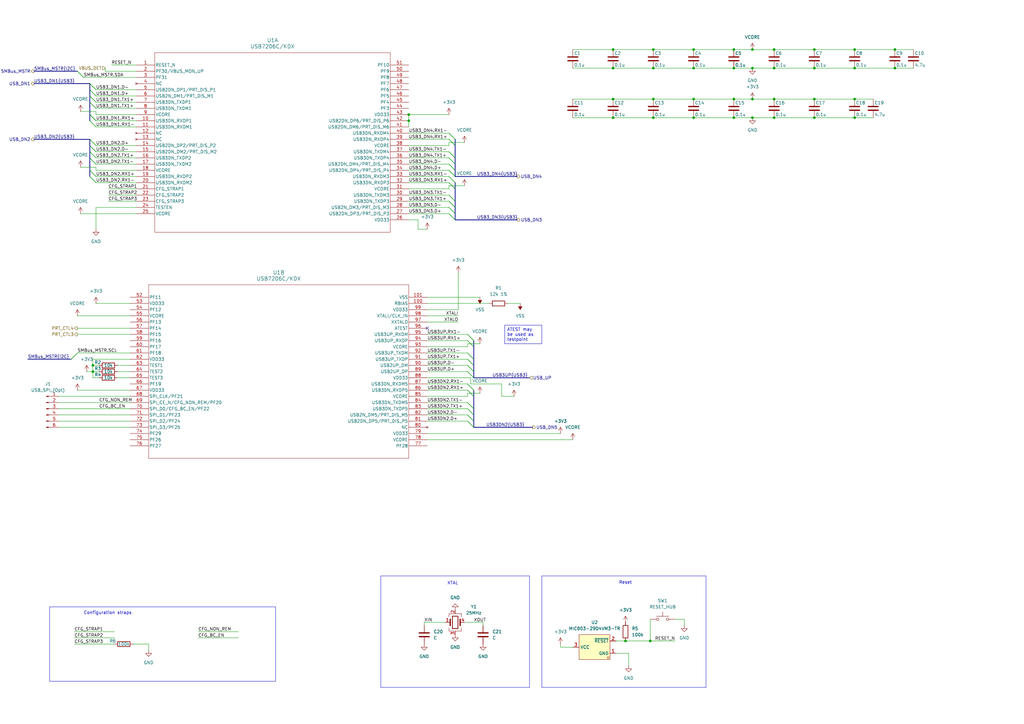
<source format=kicad_sch>
(kicad_sch (version 20250114) (generator "eeschema") (generator_version "9.0")
  (paper "A3")
  (title_block (title "USB Hub"))
  (lib_symbols
    (symbol "2025-07-15_10-11-24:USB7206C_KDX" (pin_names (offset 0.254))
      (property "Reference" "U" (at 55.88 10.16 0))
      (property "Value" "USB7206C/KDX" (at 55.88 7.62 0))
      (symbol "USB7206C_KDX_1_1"
        (polyline (pts (xy 7.62 5.08) (xy 7.62 -68.58)) (stroke (width 0.127)))
        (polyline (pts (xy 7.62 -68.58) (xy 104.14 -68.58)) (stroke (width 0.127)))
        (polyline (pts (xy 104.14 5.08) (xy 7.62 5.08)) (stroke (width 0.127)))
        (polyline (pts (xy 104.14 -68.58) (xy 104.14 5.08)) (stroke (width 0.127)))
        (pin input line (at 0 0 0) (length 7.62) (name "RESET_N") (number "1"))
        (pin bidirectional line (at 0 -2.54 0) (length 7.62) (name "PF30/VBUS_MON_UP") (number "2"))
        (pin bidirectional line (at 0 -5.08 0) (length 7.62) (name "PF31") (number "3"))
        (pin no_connect line (at 0 -7.62 0) (length 7.62) (name "NC") (number "4"))
        (pin bidirectional line (at 0 -10.16 0) (length 7.62) (name "USB2DN_DP1/PRT_DIS_P1") (number "5"))
        (pin bidirectional line (at 0 -12.7 0) (length 7.62) (name "USB2N_DM1/PRT_DIS_M1") (number "6"))
        (pin bidirectional line (at 0 -15.24 0) (length 7.62) (name "USB3DN_TXDP1") (number "7"))
        (pin bidirectional line (at 0 -17.78 0) (length 7.62) (name "USB3DN_TXDM1") (number "8"))
        (pin power_in line (at 0 -20.32 0) (length 7.62) (name "VCORE") (number "9"))
        (pin bidirectional line (at 0 -22.86 0) (length 7.62) (name "USB3DN_RXDP1") (number "10"))
        (pin bidirectional line (at 0 -25.4 0) (length 7.62) (name "USB3DN_RXDM1") (number "11"))
        (pin no_connect line (at 0 -27.94 0) (length 7.62) (name "NC") (number "12"))
        (pin no_connect line (at 0 -30.48 0) (length 7.62) (name "NC") (number "13"))
        (pin bidirectional line (at 0 -33.02 0) (length 7.62) (name "USB2DN_DP2/PRT_DIS_P2") (number "14"))
        (pin bidirectional line (at 0 -35.56 0) (length 7.62) (name "USB2DN_DM2/PRT_DIS_M2") (number "15"))
        (pin bidirectional line (at 0 -38.1 0) (length 7.62) (name "USB3DN_TXDP2") (number "16"))
        (pin bidirectional line (at 0 -40.64 0) (length 7.62) (name "USB3DN_TXDM2") (number "17"))
        (pin power_in line (at 0 -43.18 0) (length 7.62) (name "VCORE") (number "18"))
        (pin bidirectional line (at 0 -45.72 0) (length 7.62) (name "USB3DN_RXDP2") (number "19"))
        (pin bidirectional line (at 0 -48.26 0) (length 7.62) (name "USB3DN_RXDM2") (number "20"))
        (pin input line (at 0 -50.8 0) (length 7.62) (name "CFG_STRAP1") (number "21"))
        (pin input line (at 0 -53.34 0) (length 7.62) (name "CFG_STRAP2") (number "22"))
        (pin input line (at 0 -55.88 0) (length 7.62) (name "CFG_STRAP3") (number "23"))
        (pin bidirectional line (at 0 -58.42 0) (length 7.62) (name "TESTEN") (number "24"))
        (pin power_in line (at 0 -60.96 0) (length 7.62) (name "VCORE") (number "25"))
        (pin bidirectional line (at 111.76 0 180) (length 7.62) (name "PF10") (number "51"))
        (pin bidirectional line (at 111.76 -2.54 180) (length 7.62) (name "PF9") (number "50"))
        (pin bidirectional line (at 111.76 -5.08 180) (length 7.62) (name "PF8") (number "49"))
        (pin bidirectional line (at 111.76 -7.62 180) (length 7.62) (name "PF7") (number "48"))
        (pin bidirectional line (at 111.76 -10.16 180) (length 7.62) (name "PF6") (number "47"))
        (pin bidirectional line (at 111.76 -12.7 180) (length 7.62) (name "PF5") (number "46"))
        (pin bidirectional line (at 111.76 -15.24 180) (length 7.62) (name "PF4") (number "45"))
        (pin bidirectional line (at 111.76 -17.78 180) (length 7.62) (name "PF3") (number "44"))
        (pin power_in line (at 111.76 -20.32 180) (length 7.62) (name "VDD33") (number "43"))
        (pin bidirectional line (at 111.76 -22.86 180) (length 7.62) (name "USB2DN_DP6/PRT_DIS_P6") (number "42"))
        (pin bidirectional line (at 111.76 -25.4 180) (length 7.62) (name "USB2DN_DM6/PRT_DIS_M6") (number "41"))
        (pin bidirectional line (at 111.76 -27.94 180) (length 7.62) (name "USB3DN_RXDM4") (number "40"))
        (pin bidirectional line (at 111.76 -30.48 180) (length 7.62) (name "USB3DN_RXDP4") (number "39"))
        (pin power_in line (at 111.76 -33.02 180) (length 7.62) (name "VCORE") (number "38"))
        (pin bidirectional line (at 111.76 -35.56 180) (length 7.62) (name "USB3DN_TXDM4") (number "37"))
        (pin bidirectional line (at 111.76 -38.1 180) (length 7.62) (name "USB3DN_TXDP4") (number "36"))
        (pin bidirectional line (at 111.76 -40.64 180) (length 7.62) (name "USB2DN_DM4/PRT_DIS_M4") (number "35"))
        (pin bidirectional line (at 111.76 -43.18 180) (length 7.62) (name "USB2DN_DP4/PRT_DIS_P4") (number "34"))
        (pin bidirectional line (at 111.76 -45.72 180) (length 7.62) (name "USB3DN_RXDM3") (number "33"))
        (pin bidirectional line (at 111.76 -48.26 180) (length 7.62) (name "USB3DN_RXDP3") (number "32"))
        (pin power_in line (at 111.76 -50.8 180) (length 7.62) (name "VCORE") (number "31"))
        (pin bidirectional line (at 111.76 -53.34 180) (length 7.62) (name "USB3DN_TXDM3") (number "30"))
        (pin bidirectional line (at 111.76 -55.88 180) (length 7.62) (name "USB3DN_TXDP3") (number "29"))
        (pin bidirectional line (at 111.76 -58.42 180) (length 7.62) (name "USB2N_DM3/PRT_DIS_M3") (number "28"))
        (pin bidirectional line (at 111.76 -60.96 180) (length 7.62) (name "USB2DN_DP3/PRT_DIS_P3") (number "27"))
        (pin power_in line (at 111.76 -63.5 180) (length 7.62) (name "VDD33") (number "26"))
      )
      (symbol "USB7206C_KDX_2_1"
        (polyline (pts (xy 7.62 5.08) (xy 7.62 -66.04)) (stroke (width 0.127)))
        (polyline (pts (xy 7.62 -66.04) (xy 114.3 -66.04)) (stroke (width 0.127)))
        (polyline (pts (xy 114.3 5.08) (xy 7.62 5.08)) (stroke (width 0.127)))
        (polyline (pts (xy 114.3 -66.04) (xy 114.3 5.08)) (stroke (width 0.127)))
        (pin bidirectional line (at 0 0 0) (length 7.62) (name "PF11") (number "52"))
        (pin power_in line (at 0 -2.54 0) (length 7.62) (name "VDD33") (number "53"))
        (pin bidirectional line (at 0 -5.08 0) (length 7.62) (name "PF12") (number "54"))
        (pin power_in line (at 0 -7.62 0) (length 7.62) (name "VCORE") (number "55"))
        (pin bidirectional line (at 0 -10.16 0) (length 7.62) (name "PF13") (number "56"))
        (pin bidirectional line (at 0 -12.7 0) (length 7.62) (name "PF14") (number "57"))
        (pin bidirectional line (at 0 -15.24 0) (length 7.62) (name "PF15") (number "58"))
        (pin bidirectional line (at 0 -17.78 0) (length 7.62) (name "PF16") (number "59"))
        (pin bidirectional line (at 0 -20.32 0) (length 7.62) (name "PF17") (number "60"))
        (pin bidirectional line (at 0 -22.86 0) (length 7.62) (name "PF18") (number "61"))
        (pin power_in line (at 0 -25.4 0) (length 7.62) (name "VDD33") (number "62"))
        (pin unspecified line (at 0 -27.94 0) (length 7.62) (name "TEST1") (number "63"))
        (pin unspecified line (at 0 -30.48 0) (length 7.62) (name "TEST2") (number "64"))
        (pin unspecified line (at 0 -33.02 0) (length 7.62) (name "TEST3") (number "65"))
        (pin bidirectional line (at 0 -35.56 0) (length 7.62) (name "PF19") (number "66"))
        (pin power_in line (at 0 -38.1 0) (length 7.62) (name "VDD33") (number "67"))
        (pin bidirectional line (at 0 -40.64 0) (length 7.62) (name "SPI_CLK/PF21") (number "68"))
        (pin bidirectional line (at 0 -43.18 0) (length 7.62) (name "SPI_CE_N/CFG_NON_REM/PF20") (number "69"))
        (pin bidirectional line (at 0 -45.72 0) (length 7.62) (name "SPI_D0/CFG_BC_EN/PF22") (number "70"))
        (pin bidirectional line (at 0 -48.26 0) (length 7.62) (name "SPI_D1/PF23") (number "71"))
        (pin bidirectional line (at 0 -50.8 0) (length 7.62) (name "SPI_D2/PF24") (number "72"))
        (pin bidirectional line (at 0 -53.34 0) (length 7.62) (name "SPI_D3/PF25") (number "73"))
        (pin bidirectional line (at 0 -55.88 0) (length 7.62) (name "PF29") (number "74"))
        (pin bidirectional line (at 0 -58.42 0) (length 7.62) (name "PF26") (number "75"))
        (pin bidirectional line (at 0 -60.96 0) (length 7.62) (name "PF27") (number "76"))
        (pin power_out line (at 121.92 0 180) (length 7.62) (name "VSS") (number "101"))
        (pin input line (at 121.92 -2.54 180) (length 7.62) (name "RBIAS") (number "100"))
        (pin power_in line (at 121.92 -5.08 180) (length 7.62) (name "VDD33") (number "99"))
        (pin input line (at 121.92 -7.62 180) (length 7.62) (name "XTALI/CLK_IN") (number "98"))
        (pin output line (at 121.92 -10.16 180) (length 7.62) (name "XXTALO") (number "97"))
        (pin unspecified line (at 121.92 -12.7 180) (length 7.62) (name "ATEST") (number "96"))
        (pin bidirectional line (at 121.92 -15.24 180) (length 7.62) (name "USB3UP_RXDM") (number "95"))
        (pin bidirectional line (at 121.92 -17.78 180) (length 7.62) (name "USB3UP_RXDP") (number "94"))
        (pin power_in line (at 121.92 -20.32 180) (length 7.62) (name "VCORE") (number "93"))
        (pin bidirectional line (at 121.92 -22.86 180) (length 7.62) (name "USB3UP_TXDM") (number "92"))
        (pin bidirectional line (at 121.92 -25.4 180) (length 7.62) (name "USB3UP_TXDP") (number "91"))
        (pin bidirectional line (at 121.92 -27.94 180) (length 7.62) (name "USB2UP_DM") (number "90"))
        (pin bidirectional line (at 121.92 -30.48 180) (length 7.62) (name "USB2UP_DP") (number "89"))
        (pin power_in line (at 121.92 -33.02 180) (length 7.62) (name "VDD33") (number "88"))
        (pin bidirectional line (at 121.92 -35.56 180) (length 7.62) (name "USB3DN_RXDM5") (number "87"))
        (pin bidirectional line (at 121.92 -38.1 180) (length 7.62) (name "USB3DN_RXDP5") (number "86"))
        (pin power_in line (at 121.92 -40.64 180) (length 7.62) (name "VCORE") (number "85"))
        (pin bidirectional line (at 121.92 -43.18 180) (length 7.62) (name "USB3DN_TXDM5") (number "84"))
        (pin bidirectional line (at 121.92 -45.72 180) (length 7.62) (name "USB3DN_TXDP5") (number "83"))
        (pin bidirectional line (at 121.92 -48.26 180) (length 7.62) (name "USB2N_DM5/PRT_DIS_M5") (number "82"))
        (pin bidirectional line (at 121.92 -50.8 180) (length 7.62) (name "USB2DN_DP5/PRT_DIS_P5") (number "81"))
        (pin no_connect line (at 121.92 -53.34 180) (length 7.62) (name "NC") (number "80"))
        (pin power_in line (at 121.92 -55.88 180) (length 7.62) (name "VDD33") (number "79"))
        (pin power_in line (at 121.92 -58.42 180) (length 7.62) (name "VCORE") (number "78"))
        (pin bidirectional line (at 121.92 -60.96 180) (length 7.62) (name "PF28") (number "77"))
      )
    )
    (symbol "Connector:Conn_01x06_Pin" (pin_names (offset 1.016) (hide yes))
      (property "Reference" "J" (at 0 7.62 0))
      (property "Value" "Conn_01x06_Pin" (at 0 -10.16 0))
      (symbol "Conn_01x06_Pin_1_1"
        (rectangle (start 0.8636 5.207) (end 0 4.953) (stroke (width 0.1524)) (fill (type outline)))
        (rectangle (start 0.8636 2.667) (end 0 2.413) (stroke (width 0.1524)) (fill (type outline)))
        (rectangle (start 0.8636 0.127) (end 0 -0.127) (stroke (width 0.1524)) (fill (type outline)))
        (rectangle (start 0.8636 -2.413) (end 0 -2.667) (stroke (width 0.1524)) (fill (type outline)))
        (rectangle (start 0.8636 -4.953) (end 0 -5.207) (stroke (width 0.1524)) (fill (type outline)))
        (rectangle (start 0.8636 -7.493) (end 0 -7.747) (stroke (width 0.1524)) (fill (type outline)))
        (polyline (pts (xy 1.27 5.08) (xy 0.8636 5.08)) (stroke (width 0.1524)))
        (polyline (pts (xy 1.27 2.54) (xy 0.8636 2.54)) (stroke (width 0.1524)))
        (polyline (pts (xy 1.27 0) (xy 0.8636 0)) (stroke (width 0.1524)))
        (polyline (pts (xy 1.27 -2.54) (xy 0.8636 -2.54)) (stroke (width 0.1524)))
        (polyline (pts (xy 1.27 -5.08) (xy 0.8636 -5.08)) (stroke (width 0.1524)))
        (polyline (pts (xy 1.27 -7.62) (xy 0.8636 -7.62)) (stroke (width 0.1524)))
        (pin passive line (at 5.08 5.08 180) (length 3.81) (name "Pin_1") (number "1"))
        (pin passive line (at 5.08 2.54 180) (length 3.81) (name "Pin_2") (number "2"))
        (pin passive line (at 5.08 0 180) (length 3.81) (name "Pin_3") (number "3"))
        (pin passive line (at 5.08 -2.54 180) (length 3.81) (name "Pin_4") (number "4"))
        (pin passive line (at 5.08 -5.08 180) (length 3.81) (name "Pin_5") (number "5"))
        (pin passive line (at 5.08 -7.62 180) (length 3.81) (name "Pin_6") (number "6"))
      )
    )
    (symbol "Device:C" (pin_numbers (hide yes)) (pin_names (offset 0.254))
      (property "Reference" "C" (at 0.635 2.54 0))
      (property "Value" "C" (at 0.635 -2.54 0))
      (symbol "C_0_1"
        (polyline (pts (xy -2.032 0.762) (xy 2.032 0.762)) (stroke (width 0.508)))
        (polyline (pts (xy -2.032 -0.762) (xy 2.032 -0.762)) (stroke (width 0.508)))
      )
      (symbol "C_1_1"
        (pin passive line (at 0 3.81 270) (length 2.794) (name "~") (number "1"))
        (pin passive line (at 0 -3.81 90) (length 2.794) (name "~") (number "2"))
      )
    )
    (symbol "Device:Crystal_GND23" (pin_names (offset 1.016) (hide yes))
      (property "Reference" "Y" (at 3.175 5.08 0))
      (property "Value" "Crystal_GND23" (at 3.175 3.175 0))
      (symbol "Crystal_GND23_0_1"
        (polyline (pts (xy -2.54 2.286) (xy -2.54 3.556) (xy 2.54 3.556) (xy 2.54 2.286)))
        (polyline (pts (xy -2.54 0) (xy -2.032 0)))
        (polyline (pts (xy -2.54 -2.286) (xy -2.54 -3.556) (xy 2.54 -3.556) (xy 2.54 -2.286)))
        (polyline (pts (xy -2.032 -1.27) (xy -2.032 1.27)) (stroke (width 0.508)))
        (rectangle (start -1.143 2.54) (end 1.143 -2.54) (stroke (width 0.3048)))
        (polyline (pts (xy 0 3.556) (xy 0 3.81)))
        (polyline (pts (xy 0 -3.81) (xy 0 -3.556)))
        (polyline (pts (xy 2.032 0) (xy 2.54 0)))
        (polyline (pts (xy 2.032 -1.27) (xy 2.032 1.27)) (stroke (width 0.508)))
      )
      (symbol "Crystal_GND23_1_1"
        (pin passive line (at -3.81 0 0) (length 1.27) (name "1") (number "1"))
        (pin passive line (at 0 5.08 270) (length 1.27) (name "2") (number "2"))
        (pin passive line (at 0 -5.08 90) (length 1.27) (name "3") (number "3"))
        (pin passive line (at 3.81 0 180) (length 1.27) (name "4") (number "4"))
      )
    )
    (symbol "Device:R" (pin_numbers (hide yes)) (pin_names (offset 0))
      (property "Reference" "R" (at 2.032 0 90))
      (property "Value" "R" (at 0 0 90))
      (symbol "R_0_1"
        (rectangle (start -1.016 -2.54) (end 1.016 2.54) (stroke (width 0.254)))
      )
      (symbol "R_1_1"
        (pin passive line (at 0 3.81 270) (length 1.27) (name "~") (number "1"))
        (pin passive line (at 0 -3.81 90) (length 1.27) (name "~") (number "2"))
      )
    )
    (symbol "EasyEDA:MIC803-29D4VM3-TR"
      (property "Reference" "U" (at 0 15.24 0))
      (property "Value" "MIC803-29D4VM3-TR" (at 0 -12.7 0))
      (symbol "MIC803-29D4VM3-TR_0_1"
        (rectangle (start -5.08 7.62) (end 5.08 -5.08) (fill (type background)))
        (circle (center -4.32 -4.32) (radius 0.38))
        (pin unspecified line (at -2.54 -7.62 90) (length 2.54) (name "GND") (number "1"))
        (pin unspecified line (at 0 10.16 270) (length 2.54) (name "VCC") (number "3"))
        (pin unspecified line (at 2.54 -7.62 90) (length 2.54) (name "~{RESET}") (number "2"))
      )
    )
    (symbol "Switch:SW_Push" (pin_numbers (hide yes)) (pin_names (offset 1.016) (hide yes))
      (property "Reference" "SW" (at 1.27 2.54 0))
      (property "Value" "SW_Push" (at 0 -1.524 0))
      (symbol "SW_Push_0_1"
        (circle (center -2.032 0) (radius 0.508))
        (polyline (pts (xy 0 1.27) (xy 0 3.048)))
        (circle (center 2.032 0) (radius 0.508))
        (polyline (pts (xy 2.54 1.27) (xy -2.54 1.27)))
        (pin passive line (at -5.08 0 0) (length 2.54) (name "1") (number "1"))
        (pin passive line (at 5.08 0 180) (length 2.54) (name "2") (number "2"))
      )
    )
    (symbol "power:+3V3" (power) (pin_numbers (hide yes)) (pin_names (offset 0) (hide yes))
      (property "Value" "+3V3" (at 0 3.556 0))
      (symbol "+3V3_0_1"
        (polyline (pts (xy -0.762 1.27) (xy 0 2.54)))
        (polyline (pts (xy 0 2.54) (xy 0.762 1.27)))
        (polyline (pts (xy 0 0) (xy 0 2.54)))
      )
      (symbol "+3V3_1_1"
        (pin power_in line (at 0 0 90) (length 0) (name "~") (number "1"))
      )
    )
    (symbol "power:GND" (power) (pin_numbers (hide yes)) (pin_names (offset 0) (hide yes))
      (property "Value" "GND" (at 0 -3.81 0))
      (symbol "GND_0_1"
        (polyline (pts (xy 0 0) (xy 0 -1.27) (xy 1.27 -1.27) (xy 0 -2.54) (xy -1.27 -1.27) (xy 0 -1.27)))
      )
      (symbol "GND_1_1"
        (pin power_in line (at 0 0 270) (length 0) (name "~") (number "1"))
      )
    )
    (symbol "power:VCC" (power) (pin_numbers (hide yes)) (pin_names (offset 0) (hide yes))
      (property "Value" "VCC" (at 0 3.556 0))
      (symbol "VCC_0_1"
        (polyline (pts (xy -0.762 1.27) (xy 0 2.54)))
        (polyline (pts (xy 0 2.54) (xy 0.762 1.27)))
        (polyline (pts (xy 0 0) (xy 0 2.54)))
      )
      (symbol "VCC_1_1"
        (pin power_in line (at 0 0 90) (length 0) (name "~") (number "1"))
      )
    )
    (symbol "power:VSS" (power) (pin_numbers (hide yes)) (pin_names (offset 0) (hide yes))
      (property "Value" "VSS" (at 0 3.556 0))
      (symbol "VSS_0_1"
        (polyline (pts (xy 0 0) (xy 0 2.54)))
        (polyline (pts (xy 0.762 1.27) (xy -0.762 1.27) (xy 0 2.54) (xy 0.762 1.27)) (fill (type outline)))
      )
      (symbol "VSS_1_1"
        (pin power_in line (at 0 0 90) (length 0) (name "~") (number "1"))
      )
    )
  )
  (rectangle (start 20.32 248.92) (end 113.03 279.4))
  (rectangle (start 156.21 236.22) (end 217.17 281.94))
  (rectangle (start 222.25 236.22) (end 289.56 281.94))
  (text "Configuration straps" (at 44.196 251.46 0) (effects (font (size 1.27 1.27))))
  (text "XTAL" (at 185.674 239.268 0) (effects (font (size 1.27 1.27))))
  (text "Reset" (at 256.54 239.014 0) (effects (font (size 1.27 1.27))))
  (text_box "ATEST may be used as testpoint\n" (at 207.01 133.35 0) (size 15.24 7.62) (margins 0.9525 0.9525 0.9525 0.9525) (effects (font (size 1.27 1.27)) (justify left top)))
  (junction (at 308.61 48.26))
  (junction (at 267.97 27.94))
  (junction (at 350.52 20.32))
  (junction (at 284.48 27.94))
  (junction (at 367.03 20.32))
  (junction (at 251.46 48.26))
  (junction (at 251.46 27.94))
  (junction (at 317.5 27.94))
  (junction (at 267.97 48.26))
  (junction (at 267.97 20.32))
  (junction (at 267.97 40.64))
  (junction (at 308.61 40.64))
  (junction (at 350.52 27.94))
  (junction (at 38.1 149.86))
  (junction (at 284.48 48.26))
  (junction (at 334.01 48.26))
  (junction (at 317.5 20.32))
  (junction (at 38.1 152.4))
  (junction (at 284.48 40.64))
  (junction (at 251.46 40.64))
  (junction (at 317.5 40.64))
  (junction (at 300.99 48.26))
  (junction (at 308.61 27.94))
  (junction (at 167.64 46.99))
  (junction (at 367.03 27.94))
  (junction (at 308.61 20.32))
  (junction (at 167.64 49.53))
  (junction (at 334.01 40.64))
  (junction (at 300.99 40.64))
  (junction (at 334.01 27.94))
  (junction (at 334.01 20.32))
  (junction (at 256.54 262.89))
  (junction (at 251.46 20.32))
  (junction (at 266.7 262.89))
  (junction (at 317.5 48.26))
  (junction (at 350.52 40.64))
  (junction (at 350.52 48.26))
  (junction (at 300.99 27.94))
  (junction (at 300.99 20.32))
  (junction (at 284.48 20.32))
  (no_connect (at 175.26 134.62))
  (bus_entry (at 194.31 160.02) (size -2.54 -2.54))
  (bus_entry (at 186.69 57.15) (size -2.54 -2.54))
  (bus_entry (at 186.69 85.09) (size -2.54 -2.54))
  (bus_entry (at 186.69 69.85) (size -2.54 -2.54))
  (bus_entry (at 36.83 57.15) (size 2.54 2.54))
  (bus_entry (at 36.83 49.53) (size 2.54 2.54))
  (bus_entry (at 36.83 34.29) (size 2.54 2.54))
  (bus_entry (at 186.69 74.93) (size -2.54 -2.54))
  (bus_entry (at 29.21 147.32) (size 2.54 -2.54))
  (bus_entry (at 36.83 36.83) (size 2.54 2.54))
  (bus_entry (at 186.69 74.93) (size -2.54 -2.54))
  (bus_entry (at 194.31 147.32) (size -2.54 -2.54))
  (bus_entry (at 186.69 82.55) (size -2.54 -2.54))
  (bus_entry (at 194.31 142.24) (size -2.54 -2.54))
  (bus_entry (at 31.75 29.21) (size 2.54 2.54))
  (bus_entry (at 194.31 139.7) (size -2.54 -2.54))
  (bus_entry (at 194.31 162.56) (size -2.54 -2.54))
  (bus_entry (at 186.69 67.31) (size -2.54 -2.54))
  (bus_entry (at 36.83 49.53) (size 2.54 2.54))
  (bus_entry (at 194.31 149.86) (size -2.54 -2.54))
  (bus_entry (at 36.83 64.77) (size 2.54 2.54))
  (bus_entry (at 186.69 77.47) (size -2.54 -2.54))
  (bus_entry (at 186.69 77.47) (size -2.54 -2.54))
  (bus_entry (at 36.83 46.99) (size 2.54 2.54))
  (bus_entry (at 36.83 34.29) (size 2.54 2.54))
  (bus_entry (at 36.83 62.23) (size 2.54 2.54))
  (bus_entry (at 194.31 160.02) (size -2.54 -2.54))
  (bus_entry (at 194.31 147.32) (size -2.54 -2.54))
  (bus_entry (at 194.31 154.94) (size -2.54 -2.54))
  (bus_entry (at 194.31 154.94) (size -2.54 -2.54))
  (bus_entry (at 36.83 57.15) (size 2.54 2.54))
  (bus_entry (at 194.31 175.26) (size -2.54 -2.54))
  (bus_entry (at 186.69 64.77) (size -2.54 -2.54))
  (bus_entry (at 186.69 82.55) (size -2.54 -2.54))
  (bus_entry (at 36.83 59.69) (size 2.54 2.54))
  (bus_entry (at 186.69 67.31) (size -2.54 -2.54))
  (bus_entry (at 186.69 90.17) (size -2.54 -2.54))
  (bus_entry (at 36.83 72.39) (size 2.54 2.54))
  (bus_entry (at 36.83 46.99) (size 2.54 2.54))
  (bus_entry (at 36.83 41.91) (size 2.54 2.54))
  (bus_entry (at 194.31 162.56) (size -2.54 -2.54))
  (bus_entry (at 194.31 149.86) (size -2.54 -2.54))
  (bus_entry (at 34.29 31.75) (size -2.54 -2.54))
  (bus_entry (at 194.31 139.7) (size -2.54 -2.54))
  (bus_entry (at 36.83 64.77) (size 2.54 2.54))
  (bus_entry (at 36.83 36.83) (size 2.54 2.54))
  (bus_entry (at 194.31 167.64) (size -2.54 -2.54))
  (bus_entry (at 194.31 170.18) (size -2.54 -2.54))
  (bus_entry (at 36.83 69.85) (size 2.54 2.54))
  (bus_entry (at 186.69 64.77) (size -2.54 -2.54))
  (bus_entry (at 194.31 142.24) (size -2.54 -2.54))
  (bus_entry (at 194.31 167.64) (size -2.54 -2.54))
  (bus_entry (at 186.69 87.63) (size -2.54 -2.54))
  (bus_entry (at 186.69 59.69) (size -2.54 -2.54))
  (bus_entry (at 36.83 59.69) (size 2.54 2.54))
  (bus_entry (at 194.31 152.4) (size -2.54 -2.54))
  (bus_entry (at 186.69 69.85) (size -2.54 -2.54))
  (bus_entry (at 194.31 175.26) (size -2.54 -2.54))
  (bus_entry (at 36.83 72.39) (size 2.54 2.54))
  (bus_entry (at 36.83 69.85) (size 2.54 2.54))
  (bus_entry (at 194.31 170.18) (size -2.54 -2.54))
  (bus_entry (at 186.69 90.17) (size -2.54 -2.54))
  (bus_entry (at 36.83 46.99) (size 2.54 2.54))
  (bus_entry (at 186.69 85.09) (size -2.54 -2.54))
  (bus_entry (at 186.69 57.15) (size -2.54 -2.54))
  (bus_entry (at 36.83 62.23) (size 2.54 2.54))
  (bus_entry (at 36.83 39.37) (size 2.54 2.54))
  (bus_entry (at 194.31 152.4) (size -2.54 -2.54))
  (bus_entry (at 186.69 87.63) (size -2.54 -2.54))
  (bus_entry (at 36.83 41.91) (size 2.54 2.54))
  (bus_entry (at 31.75 144.78) (size -2.54 2.54))
  (bus_entry (at 186.69 59.69) (size -2.54 -2.54))
  (bus_entry (at 194.31 172.72) (size -2.54 -2.54))
  (bus_entry (at 186.69 72.39) (size -2.54 -2.54))
  (bus_entry (at 194.31 172.72) (size -2.54 -2.54))
  (bus_entry (at 186.69 72.39) (size -2.54 -2.54))
  (bus_entry (at 36.83 39.37) (size 2.54 2.54))
  (wire (pts (xy 184.15 80.01) (xy 167.64 80.01)))
  (wire (pts (xy 267.97 27.94) (xy 284.48 27.94)))
  (wire (pts (xy 175.26 124.46) (xy 200.66 124.46)))
  (bus (pts (xy 186.69 69.85) (xy 186.69 72.39)))
  (wire (pts (xy 234.95 265.43) (xy 229.87 265.43)))
  (wire (pts (xy 24.13 170.18) (xy 53.34 170.18)))
  (wire (pts (xy 251.46 40.64) (xy 267.97 40.64)))
  (wire (pts (xy 190.5 255.27) (xy 198.12 255.27)))
  (wire (pts (xy 39.37 67.31) (xy 55.88 67.31)))
  (wire (pts (xy 31.75 137.16) (xy 53.34 137.16)))
  (wire (pts (xy 175.26 172.72) (xy 191.77 172.72)))
  (wire (pts (xy 33.02 87.63) (xy 55.88 87.63)))
  (wire (pts (xy 175.26 162.56) (xy 191.77 162.56)))
  (wire (pts (xy 35.56 152.4) (xy 38.1 152.4)))
  (wire (pts (xy 175.26 132.08) (xy 187.96 132.08)))
  (wire (pts (xy 234.95 27.94) (xy 251.46 27.94)))
  (wire (pts (xy 367.03 27.94) (xy 374.65 27.94)))
  (bus (pts (xy 194.31 149.86) (xy 194.31 152.4)))
  (wire (pts (xy 184.15 72.39) (xy 167.64 72.39)))
  (bus (pts (xy 13.97 34.29) (xy 36.83 34.29)))
  (wire (pts (xy 39.37 93.98) (xy 39.37 85.09)))
  (bus (pts (xy 186.69 74.93) (xy 186.69 77.47)))
  (wire (pts (xy 39.37 72.39) (xy 55.88 72.39)))
  (wire (pts (xy 191.77 142.24) (xy 191.77 140.97)))
  (wire (pts (xy 191.77 162.56) (xy 191.77 161.29)))
  (wire (pts (xy 300.99 20.32) (xy 308.61 20.32)))
  (wire (pts (xy 171.45 93.98) (xy 175.26 93.98)))
  (wire (pts (xy 175.26 180.34) (xy 234.95 180.34)))
  (wire (pts (xy 55.88 62.23) (xy 39.37 62.23)))
  (wire (pts (xy 193.04 157.48) (xy 205.74 157.48)))
  (wire (pts (xy 38.1 149.86) (xy 38.1 152.4)))
  (wire (pts (xy 308.61 48.26) (xy 317.5 48.26)))
  (wire (pts (xy 48.26 149.86) (xy 53.34 149.86)))
  (wire (pts (xy 175.26 121.92) (xy 196.85 121.92)))
  (wire (pts (xy 191.77 139.7) (xy 175.26 139.7)))
  (wire (pts (xy 184.15 77.47) (xy 184.15 76.2)))
  (bus (pts (xy 36.83 59.69) (xy 36.83 57.15)))
  (wire (pts (xy 39.37 85.09) (xy 55.88 85.09)))
  (bus (pts (xy 36.83 49.53) (xy 36.83 46.99)))
  (wire (pts (xy 24.13 165.1) (xy 53.34 165.1)))
  (wire (pts (xy 24.13 175.26) (xy 53.34 175.26)))
  (wire (pts (xy 38.1 154.94) (xy 40.64 154.94)))
  (wire (pts (xy 191.77 157.48) (xy 175.26 157.48)))
  (wire (pts (xy 167.64 87.63) (xy 184.15 87.63)))
  (bus (pts (xy 186.69 82.55) (xy 186.69 85.09)))
  (wire (pts (xy 167.64 77.47) (xy 184.15 77.47)))
  (wire (pts (xy 173.99 255.27) (xy 173.99 256.54)))
  (wire (pts (xy 167.64 54.61) (xy 184.15 54.61)))
  (bus (pts (xy 194.31 160.02) (xy 194.31 162.56)))
  (bus (pts (xy 194.31 172.72) (xy 194.31 175.26)))
  (wire (pts (xy 367.03 20.32) (xy 374.65 20.32)))
  (wire (pts (xy 30.48 259.08) (xy 46.99 259.08)))
  (bus (pts (xy 36.83 72.39) (xy 36.83 69.85)))
  (wire (pts (xy 334.01 27.94) (xy 350.52 27.94)))
  (wire (pts (xy 350.52 27.94) (xy 367.03 27.94)))
  (wire (pts (xy 196.85 140.97) (xy 191.77 140.97)))
  (wire (pts (xy 30.48 264.16) (xy 46.99 264.16)))
  (wire (pts (xy 229.87 265.43) (xy 229.87 264.16)))
  (wire (pts (xy 267.97 48.26) (xy 284.48 48.26)))
  (wire (pts (xy 317.5 48.26) (xy 334.01 48.26)))
  (wire (pts (xy 39.37 52.07) (xy 55.88 52.07)))
  (wire (pts (xy 167.64 67.31) (xy 184.15 67.31)))
  (bus (pts (xy 194.31 139.7) (xy 194.31 142.24)))
  (wire (pts (xy 167.64 49.53) (xy 167.64 52.07)))
  (wire (pts (xy 308.61 27.94) (xy 317.5 27.94)))
  (wire (pts (xy 317.5 40.64) (xy 334.01 40.64)))
  (wire (pts (xy 175.26 154.94) (xy 193.04 154.94)))
  (wire (pts (xy 266.7 262.89) (xy 276.86 262.89)))
  (wire (pts (xy 39.37 74.93) (xy 55.88 74.93)))
  (wire (pts (xy 276.86 254) (xy 280.67 254)))
  (wire (pts (xy 308.61 40.64) (xy 317.5 40.64)))
  (bus (pts (xy 194.31 142.24) (xy 194.31 147.32)))
  (wire (pts (xy 43.18 27.94) (xy 43.18 29.21)))
  (wire (pts (xy 33.02 68.58) (xy 39.37 68.58)))
  (wire (pts (xy 34.29 31.75) (xy 55.88 31.75)))
  (bus (pts (xy 186.69 59.69) (xy 186.69 64.77)))
  (wire (pts (xy 33.02 45.72) (xy 39.37 45.72)))
  (wire (pts (xy 81.28 261.62) (xy 97.79 261.62)))
  (wire (pts (xy 38.1 147.32) (xy 38.1 149.86)))
  (wire (pts (xy 55.88 59.69) (xy 39.37 59.69)))
  (wire (pts (xy 81.28 259.08) (xy 97.79 259.08)))
  (wire (pts (xy 175.26 129.54) (xy 187.96 129.54)))
  (wire (pts (xy 187.96 111.76) (xy 187.96 127)))
  (wire (pts (xy 187.96 127) (xy 175.26 127)))
  (wire (pts (xy 55.88 36.83) (xy 39.37 36.83)))
  (wire (pts (xy 190.5 58.42) (xy 184.15 58.42)))
  (bus (pts (xy 194.31 175.26) (xy 218.44 175.26)))
  (wire (pts (xy 167.64 85.09) (xy 184.15 85.09)))
  (wire (pts (xy 39.37 41.91) (xy 55.88 41.91)))
  (wire (pts (xy 191.77 142.24) (xy 175.26 142.24)))
  (wire (pts (xy 257.81 267.97) (xy 252.73 267.97)))
  (wire (pts (xy 31.75 134.62) (xy 53.34 134.62)))
  (wire (pts (xy 190.5 76.2) (xy 184.15 76.2)))
  (wire (pts (xy 251.46 27.94) (xy 267.97 27.94)))
  (wire (pts (xy 24.13 167.64) (xy 53.34 167.64)))
  (wire (pts (xy 167.64 69.85) (xy 184.15 69.85)))
  (bus (pts (xy 36.83 64.77) (xy 36.83 62.23)))
  (wire (pts (xy 39.37 124.46) (xy 53.34 124.46)))
  (wire (pts (xy 266.7 262.89) (xy 266.7 254)))
  (bus (pts (xy 194.31 170.18) (xy 194.31 172.72)))
  (wire (pts (xy 191.77 165.1) (xy 175.26 165.1)))
  (wire (pts (xy 350.52 40.64) (xy 358.14 40.64)))
  (wire (pts (xy 167.64 82.55) (xy 184.15 82.55)))
  (bus (pts (xy 36.83 62.23) (xy 36.83 59.69)))
  (wire (pts (xy 350.52 20.32) (xy 367.03 20.32)))
  (wire (pts (xy 38.1 152.4) (xy 40.64 152.4)))
  (wire (pts (xy 31.75 144.78) (xy 53.34 144.78)))
  (wire (pts (xy 234.95 40.64) (xy 251.46 40.64)))
  (wire (pts (xy 39.37 69.85) (xy 55.88 69.85)))
  (wire (pts (xy 184.15 57.15) (xy 167.64 57.15)))
  (wire (pts (xy 175.26 137.16) (xy 191.77 137.16)))
  (wire (pts (xy 193.04 157.48) (xy 193.04 154.94)))
  (wire (pts (xy 191.77 160.02) (xy 175.26 160.02)))
  (bus (pts (xy 36.83 36.83) (xy 36.83 34.29)))
  (wire (pts (xy 317.5 20.32) (xy 334.01 20.32)))
  (bus (pts (xy 36.83 39.37) (xy 36.83 36.83)))
  (wire (pts (xy 54.61 264.16) (xy 60.96 264.16)))
  (wire (pts (xy 175.26 149.86) (xy 191.77 149.86)))
  (bus (pts (xy 11.43 147.32) (xy 29.21 147.32)))
  (wire (pts (xy 280.67 254) (xy 280.67 256.54)))
  (wire (pts (xy 39.37 69.85) (xy 39.37 68.58)))
  (bus (pts (xy 13.97 29.21) (xy 31.75 29.21)))
  (wire (pts (xy 234.95 20.32) (xy 251.46 20.32)))
  (bus (pts (xy 186.69 90.17) (xy 212.09 90.17)))
  (wire (pts (xy 167.64 59.69) (xy 184.15 59.69)))
  (bus (pts (xy 194.31 152.4) (xy 194.31 154.94)))
  (wire (pts (xy 44.45 80.01) (xy 55.88 80.01)))
  (wire (pts (xy 267.97 20.32) (xy 284.48 20.32)))
  (wire (pts (xy 284.48 27.94) (xy 300.99 27.94)))
  (wire (pts (xy 38.1 152.4) (xy 38.1 154.94)))
  (wire (pts (xy 60.96 264.16) (xy 60.96 266.7)))
  (wire (pts (xy 39.37 46.99) (xy 55.88 46.99)))
  (bus (pts (xy 186.69 57.15) (xy 186.69 59.69)))
  (wire (pts (xy 24.13 172.72) (xy 53.34 172.72)))
  (wire (pts (xy 191.77 144.78) (xy 175.26 144.78)))
  (bus (pts (xy 36.83 41.91) (xy 36.83 39.37)))
  (wire (pts (xy 317.5 27.94) (xy 334.01 27.94)))
  (wire (pts (xy 48.26 154.94) (xy 53.34 154.94)))
  (wire (pts (xy 252.73 262.89) (xy 256.54 262.89)))
  (wire (pts (xy 234.95 48.26) (xy 251.46 48.26)))
  (wire (pts (xy 167.64 46.99) (xy 167.64 49.53)))
  (bus (pts (xy 13.97 57.15) (xy 36.83 57.15)))
  (bus (pts (xy 186.69 64.77) (xy 186.69 67.31)))
  (wire (pts (xy 175.26 152.4) (xy 191.77 152.4)))
  (wire (pts (xy 55.88 39.37) (xy 39.37 39.37)))
  (wire (pts (xy 300.99 27.94) (xy 308.61 27.94)))
  (wire (pts (xy 196.85 161.29) (xy 191.77 161.29)))
  (wire (pts (xy 31.75 160.02) (xy 53.34 160.02)))
  (wire (pts (xy 205.74 162.56) (xy 210.82 162.56)))
  (wire (pts (xy 198.12 256.54) (xy 198.12 255.27)))
  (wire (pts (xy 191.77 147.32) (xy 175.26 147.32)))
  (bus (pts (xy 186.69 72.39) (xy 212.09 72.39)))
  (wire (pts (xy 39.37 64.77) (xy 55.88 64.77)))
  (wire (pts (xy 48.26 152.4) (xy 53.34 152.4)))
  (bus (pts (xy 186.69 85.09) (xy 186.69 87.63)))
  (wire (pts (xy 300.99 48.26) (xy 308.61 48.26)))
  (wire (pts (xy 175.26 170.18) (xy 191.77 170.18)))
  (wire (pts (xy 175.26 177.8) (xy 229.87 177.8)))
  (wire (pts (xy 267.97 40.64) (xy 284.48 40.64)))
  (wire (pts (xy 167.64 62.23) (xy 184.15 62.23)))
  (wire (pts (xy 167.64 46.99) (xy 184.15 46.99)))
  (wire (pts (xy 300.99 40.64) (xy 308.61 40.64)))
  (bus (pts (xy 194.31 162.56) (xy 194.31 167.64)))
  (wire (pts (xy 43.18 29.21) (xy 55.88 29.21)))
  (wire (pts (xy 205.74 157.48) (xy 205.74 162.56)))
  (bus (pts (xy 36.83 69.85) (xy 36.83 64.77)))
  (bus (pts (xy 186.69 77.47) (xy 186.69 82.55)))
  (bus (pts (xy 217.17 154.94) (xy 194.31 154.94)))
  (wire (pts (xy 251.46 20.32) (xy 267.97 20.32)))
  (wire (pts (xy 284.48 40.64) (xy 300.99 40.64)))
  (wire (pts (xy 191.77 167.64) (xy 175.26 167.64)))
  (wire (pts (xy 184.15 59.69) (xy 184.15 58.42)))
  (wire (pts (xy 256.54 262.89) (xy 266.7 262.89)))
  (wire (pts (xy 257.81 273.05) (xy 257.81 267.97)))
  (wire (pts (xy 350.52 48.26) (xy 358.14 48.26)))
  (wire (pts (xy 38.1 147.32) (xy 53.34 147.32)))
  (bus (pts (xy 186.69 67.31) (xy 186.69 69.85)))
  (bus (pts (xy 186.69 87.63) (xy 186.69 90.17)))
  (wire (pts (xy 182.88 255.27) (xy 173.99 255.27)))
  (wire (pts (xy 171.45 93.98) (xy 171.45 90.17)))
  (wire (pts (xy 334.01 40.64) (xy 350.52 40.64)))
  (wire (pts (xy 30.48 261.62) (xy 46.99 261.62)))
  (bus (pts (xy 36.83 46.99) (xy 36.83 41.91)))
  (wire (pts (xy 39.37 49.53) (xy 55.88 49.53)))
  (wire (pts (xy 284.48 48.26) (xy 300.99 48.26)))
  (wire (pts (xy 39.37 44.45) (xy 55.88 44.45)))
  (wire (pts (xy 334.01 20.32) (xy 350.52 20.32)))
  (wire (pts (xy 251.46 48.26) (xy 267.97 48.26)))
  (wire (pts (xy 24.13 162.56) (xy 53.34 162.56)))
  (bus (pts (xy 194.31 167.64) (xy 194.31 170.18)))
  (bus (pts (xy 194.31 147.32) (xy 194.31 149.86)))
  (wire (pts (xy 44.45 77.47) (xy 55.88 77.47)))
  (wire (pts (xy 39.37 46.99) (xy 39.37 45.72)))
  (wire (pts (xy 45.72 26.67) (xy 55.88 26.67)))
  (wire (pts (xy 167.64 64.77) (xy 184.15 64.77)))
  (wire (pts (xy 213.36 124.46) (xy 208.28 124.46)))
  (wire (pts (xy 334.01 48.26) (xy 350.52 48.26)))
  (wire (pts (xy 184.15 74.93) (xy 167.64 74.93)))
  (wire (pts (xy 308.61 20.32) (xy 317.5 20.32)))
  (wire (pts (xy 38.1 149.86) (xy 40.64 149.86)))
  (wire (pts (xy 44.45 82.55) (xy 55.88 82.55)))
  (wire (pts (xy 31.75 129.54) (xy 53.34 129.54)))
  (wire (pts (xy 171.45 90.17) (xy 167.64 90.17)))
  (wire (pts (xy 284.48 20.32) (xy 300.99 20.32)))
  (label "USB3_DN1.RX1-" (at 39.37 52.07 0))
  (label "USB3_DN3{USB3}" (at 195.58 90.17 0))
  (label "USB3_DN3.TX1-" (at 167.64 80.01 0))
  (label "CFG_STRAP3" (at 44.45 82.55 0))
  (label "CFG_STRAP2" (at 44.45 80.01 0))
  (label "USB3_DN1.TX1+" (at 39.37 44.45 0))
  (label "USB3_DN4.TX1+" (at 167.64 64.77 0))
  (label "USB3UP.D+" (at 175.26 152.4 0))
  (label "SMBus_MSTR{I2C}" (at 13.97 29.21 0))
  (label "USB3DN2.TX1-" (at 175.26 165.1 0))
  (label "USB3_DN4.TX1-" (at 167.64 62.23 0))
  (label "USB3_DN1.RX1+" (at 39.37 49.53 0))
  (label "USB3UP.RX1-" (at 175.26 137.16 0))
  (label "USB3_DN2.D+" (at 39.37 59.69 0))
  (label "USB3UP.RX1+" (at 175.26 139.7 0))
  (label "USB3_DN3.D+" (at 167.64 87.63 0))
  (label "USB3_DN2.RX1+" (at 39.37 72.39 0))
  (label "CFG_BC_EN" (at 81.28 261.62 0))
  (label "XIN" (at 173.99 255.27 0))
  (label "CFG_STRAP2" (at 30.48 261.62 0))
  (label "USB3DN2.TX1+" (at 175.26 167.64 0))
  (label "USB3_DN4.RX1-" (at 167.64 54.61 0))
  (label "USB3_DN2{USB3}" (at 13.97 57.15 0))
  (label "USB3DN2.D-" (at 175.26 170.18 0))
  (label "USB3_DN3.TX1+" (at 167.64 82.55 0))
  (label "USB3_DN1.D+" (at 39.37 39.37 0))
  (label "SMBus_MSTR.SDA" (at 34.29 31.75 0))
  (label "USB3UP.TX1-" (at 175.26 144.78 0))
  (label "USB3_DN3.RX1+" (at 167.64 74.93 0))
  (label "CFG_STRAP1" (at 44.45 77.47 0))
  (label "SMBus_MSTR.SCL" (at 31.75 144.78 0))
  (label "CFG_STRAP1" (at 30.48 259.08 0))
  (label "SMBus_MSTR{I2C}" (at 11.43 147.32 0))
  (label "USB3_DN1.D-" (at 39.37 36.83 0))
  (label "USB3DN2.RX1-" (at 175.26 157.48 0))
  (label "XOUT" (at 194.31 255.27 0))
  (label "CFG_BC_EN" (at 40.64 167.64 0))
  (label "USB3_DN1.TX1+" (at 39.37 41.91 0))
  (label "USB3_DN2.TX1+" (at 39.37 64.77 0))
  (label "USB3UP.D-" (at 175.26 149.86 0))
  (label "USB3_DN2.RX1-" (at 39.37 74.93 0))
  (label "USB3_DN4{USB3}" (at 195.58 72.39 0))
  (label "CFG_NON_REM" (at 81.28 259.08 0))
  (label "USB3_DN2.TX1-" (at 39.37 67.31 0))
  (label "USB3_DN1{USB3}" (at 13.97 34.29 0))
  (label "USB3DN2.D+" (at 175.26 172.72 0))
  (label "USB3UP{USB3}" (at 201.93 154.94 0))
  (label "USB3_DN4.D+" (at 167.64 69.85 0))
  (label "USB3_DN2.D-" (at 39.37 62.23 0))
  (label "CFG_NON_REM" (at 40.64 165.1 0))
  (label "CFG_STRAP3" (at 30.48 264.16 0))
  (label "USB3UP.TX1+" (at 175.26 147.32 0))
  (label "USB3_DN3.D-" (at 167.64 85.09 0))
  (label "USB3_DN4.RX1+" (at 167.64 57.15 0))
  (label "XTALI" (at 187.96 129.54 180))
  (label "USB3DN2.RX1+" (at 175.26 160.02 0))
  (label "XTALO" (at 187.96 132.08 180))
  (label "USB3DN2{USB3}" (at 199.39 175.26 0))
  (label "USB3_DN4.D-" (at 167.64 67.31 0))
  (label "RESET_N" (at 276.86 262.89 180))
  (label "USB3_DN3.RX1-" (at 167.64 72.39 0))
  (label "RESET_N" (at 45.72 26.67 0))
  (hierarchical_label "USB_DN1" (shape output) (at 13.97 34.29 180))
  (hierarchical_label "USB_DN4" (shape output) (at 212.09 72.39 0))
  (hierarchical_label "USB_DN3" (shape output) (at 212.09 90.17 0))
  (hierarchical_label "USB_DN5" (shape output) (at 218.44 175.26 0))
  (hierarchical_label "PRT_CTL4" (shape output) (at 31.75 134.62 180))
  (hierarchical_label "USB_UP" (shape input) (at 217.17 154.94 0))
  (hierarchical_label "USB_DN2" (shape output) (at 13.97 57.15 180))
  (hierarchical_label "SMBus_MSTR" (shape output) (at 13.97 29.21 180))
  (hierarchical_label "VBUS_DET" (shape input) (at 43.18 27.94 180))
  (hierarchical_label "PRT_CTL3" (shape output) (at 31.75 137.16 180))
  (symbol (lib_id "2025-07-15_10-11-24:USB7206C_KDX") (at 55.88 26.67 0) (unit 1)
    (property "Reference" "U1" (at 111.76 16.51 0) (effects (font (size 1.524 1.524))))
    (property "Value" "USB7206C/KDX" (at 111.76 19.05 0) (effects (font (size 1.524 1.524))))
    (property "Footprint" "VQFN100_KDX_MCH" (effects (hide yes)))
    (property "Datasheet" "USB7206C/KDX" (effects (hide yes)))
  )
  (symbol (lib_id "power:GND") (at 308.61 27.94 0) (unit 1)
    (property "Reference" "#PWR02" (effects (hide yes)))
    (property "Value" "GND" (at 308.61 33.02 0))
    (property "Description" "Power symbol creates a global label with name \"GND\" , ground" (effects (hide yes)))
  )
  (symbol (lib_id "Device:C") (at 317.5 44.45 0) (unit 1)
    (property "Reference" "C16" (at 318.008 42.164 0) (effects (justify left)))
    (property "Value" "0.1u" (at 318.008 46.99 0) (effects (justify left)))
    (property "Description" "Unpolarized capacitor" (effects (hide yes)))
  )
  (symbol (lib_id "power:GND") (at 186.69 250.19 180) (unit 1)
    (property "Reference" "#PWR025" (effects (hide yes)))
    (property "Value" "GND" (at 186.69 245.11 0))
    (property "Description" "Power symbol creates a global label with name \"GND\" , ground" (effects (hide yes)))
  )
  (symbol (lib_id "Device:C") (at 173.99 260.35 180) (unit 1)
    (property "Reference" "C20" (at 177.8 259.0799 0) (effects (justify right)))
    (property "Value" "C" (at 177.8 261.6199 0) (effects (justify right)))
    (property "Description" "Unpolarized capacitor" (effects (hide yes)))
  )
  (symbol (lib_id "power:+3V3") (at 256.54 255.27 0) (unit 1)
    (property "Reference" "#PWR026" (effects (hide yes)))
    (property "Value" "+3V3" (at 256.54 250.19 0))
    (property "Description" "Power symbol creates a global label with name \"+3V3\"" (effects (hide yes)))
  )
  (symbol (lib_id "power:+3V3") (at 184.15 46.99 0) (unit 1)
    (property "Reference" "#PWR05" (effects (hide yes)))
    (property "Value" "+3V3" (at 184.15 41.91 0))
    (property "Description" "Power symbol creates a global label with name \"+3V3\"" (effects (hide yes)))
  )
  (symbol (lib_id "Device:R") (at 256.54 259.08 0) (unit 1)
    (property "Reference" "R5" (at 259.08 257.8099 0) (effects (justify left)))
    (property "Value" "100k" (at 259.08 260.3499 0) (effects (justify left)))
    (property "Description" "Resistor" (effects (hide yes)))
  )
  (symbol (lib_id "Device:C") (at 350.52 24.13 0) (unit 1)
    (property "Reference" "C8" (at 351.028 21.844 0) (effects (justify left)))
    (property "Value" "0.1u" (at 351.028 26.67 0) (effects (justify left)))
    (property "Description" "Unpolarized capacitor" (effects (hide yes)))
  )
  (symbol (lib_id "Device:C") (at 267.97 44.45 0) (unit 1)
    (property "Reference" "C13" (at 268.478 42.164 0) (effects (justify left)))
    (property "Value" "0.1u" (at 268.478 46.99 0) (effects (justify left)))
    (property "Description" "Unpolarized capacitor" (effects (hide yes)))
  )
  (symbol (lib_id "Device:C") (at 251.46 44.45 0) (unit 1)
    (property "Reference" "C12" (at 251.968 42.164 0) (effects (justify left)))
    (property "Value" "0.1u" (at 251.968 46.99 0) (effects (justify left)))
    (property "Description" "Unpolarized capacitor" (effects (hide yes)))
  )
  (symbol (lib_id "Device:R") (at 44.45 154.94 90) (unit 1)
    (property "Reference" "R4" (at 40.132 153.67 90))
    (property "Value" "10k" (at 44.45 154.94 90))
    (property "Description" "Resistor" (effects (hide yes)))
  )
  (symbol (lib_id "power:GND") (at 186.69 260.35 0) (unit 1)
    (property "Reference" "#PWR028" (effects (hide yes)))
    (property "Value" "GND" (at 186.69 265.43 0))
    (property "Description" "Power symbol creates a global label with name \"GND\" , ground" (effects (hide yes)))
  )
  (symbol (lib_id "Device:C") (at 334.01 24.13 0) (unit 1)
    (property "Reference" "C7" (at 334.518 21.844 0) (effects (justify left)))
    (property "Value" "0.1u" (at 334.518 26.67 0) (effects (justify left)))
    (property "Description" "Unpolarized capacitor" (effects (hide yes)))
  )
  (symbol (lib_id "power:GND") (at 60.96 266.7 0) (unit 1)
    (property "Reference" "#PWR032" (effects (hide yes)))
    (property "Value" "GND" (at 60.96 271.78 0))
    (property "Description" "Power symbol creates a global label with name \"GND\" , ground" (effects (hide yes)))
  )
  (symbol (lib_id "Device:C") (at 267.97 24.13 0) (unit 1)
    (property "Reference" "C3" (at 268.478 21.844 0) (effects (justify left)))
    (property "Value" "0.1u" (at 268.478 26.67 0) (effects (justify left)))
    (property "Description" "Unpolarized capacitor" (effects (hide yes)))
  )
  (symbol (lib_id "power:GND") (at 257.81 273.05 0) (unit 1)
    (property "Reference" "#PWR033" (effects (hide yes)))
    (property "Value" "GND" (at 257.81 278.13 0))
    (property "Description" "Power symbol creates a global label with name \"GND\" , ground" (effects (hide yes)))
  )
  (symbol (lib_id "power:+3V3") (at 31.75 160.02 0) (unit 1)
    (property "Reference" "#PWR020" (effects (hide yes)))
    (property "Value" "+3V3" (at 31.75 154.94 0))
    (property "Description" "Power symbol creates a global label with name \"+3V3\"" (effects (hide yes)))
  )
  (symbol (lib_id "power:+3V3") (at 187.96 111.76 0) (unit 1)
    (property "Reference" "#PWR013" (effects (hide yes)))
    (property "Value" "+3V3" (at 187.96 106.68 0))
    (property "Description" "Power symbol creates a global label with name \"+3V3\"" (effects (hide yes)))
  )
  (symbol (lib_id "power:VCC") (at 190.5 76.2 0) (mirror y) (unit 1)
    (property "Reference" "#PWR09" (effects (hide yes)))
    (property "Value" "VCORE" (at 190.5 71.12 0))
    (property "Description" "Power symbol creates a global label with name \"VCC\"" (effects (hide yes)))
  )
  (symbol (lib_id "power:VCC") (at 31.75 129.54 0) (unit 1)
    (property "Reference" "#PWR017" (effects (hide yes)))
    (property "Value" "VCORE" (at 31.75 124.46 0))
    (property "Description" "Power symbol creates a global label with name \"VCC\"" (effects (hide yes)))
  )
  (symbol (lib_id "Device:C") (at 198.12 260.35 180) (unit 1)
    (property "Reference" "C21" (at 201.93 259.0799 0) (effects (justify right)))
    (property "Value" "C" (at 201.93 261.6199 0) (effects (justify right)))
    (property "Description" "Unpolarized capacitor" (effects (hide yes)))
  )
  (symbol (lib_id "power:GND") (at 39.37 93.98 0) (unit 1)
    (property "Reference" "#PWR011" (effects (hide yes)))
    (property "Value" "GND" (at 39.37 99.06 0))
    (property "Description" "Power symbol creates a global label with name \"GND\" , ground" (effects (hide yes)))
  )
  (symbol (lib_id "power:GND") (at 280.67 256.54 0) (unit 1)
    (property "Reference" "#PWR027" (effects (hide yes)))
    (property "Value" "GND" (at 280.67 261.62 0))
    (property "Description" "Power symbol creates a global label with name \"GND\" , ground" (effects (hide yes)))
  )
  (symbol (lib_id "power:VSS") (at 213.36 124.46 180) (unit 1)
    (property "Reference" "#PWR016" (effects (hide yes)))
    (property "Value" "VSS" (at 213.36 129.54 0))
    (property "Description" "Power symbol creates a global label with name \"VSS\"" (effects (hide yes)))
  )
  (symbol (lib_id "power:+3V3") (at 229.87 264.16 0) (unit 1)
    (property "Reference" "#PWR031" (effects (hide yes)))
    (property "Value" "+3V3" (at 229.87 259.08 0))
    (property "Description" "Power symbol creates a global label with name \"+3V3\"" (effects (hide yes)))
  )
  (symbol (lib_id "Connector:Conn_01x06_Pin") (at 19.05 167.64 0) (unit 1)
    (property "Reference" "J1" (at 19.685 157.48 0))
    (property "Value" "USB_SPI_(Opt)" (at 19.685 160.02 0))
    (property "Description" "Generic connector, single row, 01x06, script generated" (effects (hide yes)))
  )
  (symbol (lib_id "2025-07-15_10-11-24:USB7206C_KDX") (at 53.34 121.92 0) (unit 2)
    (property "Reference" "U1" (at 114.3 111.76 0) (effects (font (size 1.524 1.524))))
    (property "Value" "USB7206C/KDX" (at 114.3 114.3 0) (effects (font (size 1.524 1.524))))
    (property "Footprint" "VQFN100_KDX_MCH" (effects (hide yes)))
    (property "Datasheet" "USB7206C/KDX" (effects (hide yes)))
  )
  (symbol (lib_id "Device:C") (at 367.03 24.13 0) (unit 1)
    (property "Reference" "C9" (at 367.538 21.844 0) (effects (justify left)))
    (property "Value" "0.1u" (at 367.538 26.67 0) (effects (justify left)))
    (property "Description" "Unpolarized capacitor" (effects (hide yes)))
  )
  (symbol (lib_id "Device:C") (at 374.65 24.13 0) (unit 1)
    (property "Reference" "C10" (at 375.158 21.844 0) (effects (justify left)))
    (property "Value" "4.7u" (at 375.158 26.67 0) (effects (justify left)))
    (property "Description" "Unpolarized capacitor" (effects (hide yes)))
  )
  (symbol (lib_id "Device:C") (at 350.52 44.45 0) (unit 1)
    (property "Reference" "C18" (at 351.028 42.164 0) (effects (justify left)))
    (property "Value" "0.1u" (at 351.028 46.99 0) (effects (justify left)))
    (property "Description" "Unpolarized capacitor" (effects (hide yes)))
  )
  (symbol (lib_id "power:GND") (at 308.61 48.26 0) (unit 1)
    (property "Reference" "#PWR06" (effects (hide yes)))
    (property "Value" "GND" (at 308.61 53.34 0))
    (property "Description" "Power symbol creates a global label with name \"GND\" , ground" (effects (hide yes)))
  )
  (symbol (lib_id "power:VCC") (at 33.02 68.58 0) (unit 1)
    (property "Reference" "#PWR08" (effects (hide yes)))
    (property "Value" "VCORE" (at 33.02 63.5 0))
    (property "Description" "Power symbol creates a global label with name \"VCC\"" (effects (hide yes)))
  )
  (symbol (lib_id "Switch:SW_Push") (at 271.78 254 0) (unit 1)
    (property "Reference" "SW1" (at 271.78 246.38 0))
    (property "Value" "RESET_HUB" (at 271.78 248.92 0))
    (property "Description" "Push button switch, generic, two pins" (effects (hide yes)))
  )
  (symbol (lib_id "Device:C") (at 300.99 24.13 0) (unit 1)
    (property "Reference" "C5" (at 301.498 21.844 0) (effects (justify left)))
    (property "Value" "0.1u" (at 301.498 26.67 0) (effects (justify left)))
    (property "Description" "Unpolarized capacitor" (effects (hide yes)))
  )
  (symbol (lib_id "power:GND") (at 173.99 264.16 0) (unit 1)
    (property "Reference" "#PWR029" (effects (hide yes)))
    (property "Value" "GND" (at 173.99 269.24 0))
    (property "Description" "Power symbol creates a global label with name \"GND\" , ground" (effects (hide yes)))
  )
  (symbol (lib_id "Device:C") (at 317.5 24.13 0) (unit 1)
    (property "Reference" "C6" (at 318.008 21.844 0) (effects (justify left)))
    (property "Value" "0.1u" (at 318.008 26.67 0) (effects (justify left)))
    (property "Description" "Unpolarized capacitor" (effects (hide yes)))
  )
  (symbol (lib_id "power:+3V3") (at 308.61 40.64 0) (unit 1)
    (property "Reference" "#PWR03" (effects (hide yes)))
    (property "Value" "+3V3" (at 308.61 35.56 0))
    (property "Description" "Power symbol creates a global label with name \"+3V3\"" (effects (hide yes)))
  )
  (symbol (lib_id "power:+3V3") (at 229.87 177.8 0) (unit 1)
    (property "Reference" "#PWR023" (effects (hide yes)))
    (property "Value" "+3V3" (at 229.87 172.72 0))
    (property "Description" "Power symbol creates a global label with name \"+3V3\"" (effects (hide yes)))
  )
  (symbol (lib_id "Device:C") (at 284.48 44.45 0) (unit 1)
    (property "Reference" "C14" (at 284.988 42.164 0) (effects (justify left)))
    (property "Value" "0.1u" (at 284.988 46.99 0) (effects (justify left)))
    (property "Description" "Unpolarized capacitor" (effects (hide yes)))
  )
  (symbol (lib_id "power:+3V3") (at 308.61 20.32 0) (unit 1)
    (property "Reference" "#PWR01" (effects (hide yes)))
    (property "Value" "VCORE" (at 308.61 15.24 0))
    (property "Description" "Power symbol creates a global label with name \"+3V3\"" (effects (hide yes)))
  )
  (symbol (lib_id "Device:R") (at 50.8 264.16 90) (unit 1)
    (property "Reference" "R6" (at 46.228 262.89 90))
    (property "Value" "100k" (at 50.8 264.16 90))
    (property "Description" "Resistor" (effects (hide yes)))
  )
  (symbol (lib_id "Device:C") (at 300.99 44.45 0) (unit 1)
    (property "Reference" "C15" (at 301.498 42.164 0) (effects (justify left)))
    (property "Value" "0.1u" (at 301.498 46.99 0) (effects (justify left)))
    (property "Description" "Unpolarized capacitor" (effects (hide yes)))
  )
  (symbol (lib_id "power:VCC") (at 190.5 58.42 0) (mirror y) (unit 1)
    (property "Reference" "#PWR07" (effects (hide yes)))
    (property "Value" "VCORE" (at 190.5 53.34 0))
    (property "Description" "Power symbol creates a global label with name \"VCC\"" (effects (hide yes)))
  )
  (symbol (lib_id "power:VCC") (at 196.85 161.29 0) (mirror y) (unit 1)
    (property "Reference" "#PWR021" (effects (hide yes)))
    (property "Value" "VCORE" (at 196.85 156.21 0))
    (property "Description" "Power symbol creates a global label with name \"VCC\"" (effects (hide yes)))
  )
  (symbol (lib_id "Device:R") (at 204.47 124.46 90) (unit 1)
    (property "Reference" "R1" (at 204.47 118.11 90))
    (property "Value" "12k 1%" (at 204.47 120.65 90))
    (property "Description" "Resistor" (effects (hide yes)))
  )
  (symbol (lib_id "power:+3V3") (at 39.37 124.46 0) (unit 1)
    (property "Reference" "#PWR015" (effects (hide yes)))
    (property "Value" "+3V3" (at 39.37 119.38 0))
    (property "Description" "Power symbol creates a global label with name \"+3V3\"" (effects (hide yes)))
  )
  (symbol (lib_id "power:VCC") (at 234.95 180.34 0) (unit 1)
    (property "Reference" "#PWR024" (effects (hide yes)))
    (property "Value" "VCORE" (at 234.95 175.26 0))
    (property "Description" "Power symbol creates a global label with name \"VCC\"" (effects (hide yes)))
  )
  (symbol (lib_id "power:VCC") (at 196.85 140.97 0) (mirror y) (unit 1)
    (property "Reference" "#PWR018" (effects (hide yes)))
    (property "Value" "VCORE" (at 196.85 135.89 0))
    (property "Description" "Power symbol creates a global label with name \"VCC\"" (effects (hide yes)))
  )
  (symbol (lib_id "EasyEDA:MIC803-29D4VM3-TR") (at 245.11 265.43 90) (unit 1)
    (property "Reference" "U2" (at 243.84 255.27 90))
    (property "Value" "MIC803-29D4VM3-TR" (at 243.84 257.81 90))
    (property "Footprint" "EasyEDA:SOT-23-3_L2.9-W1.3-P1.90-LS2.4-BR" (effects (hide yes)))
    (property "LCSC Part" "C626154" (effects (hide yes)))
  )
  (symbol (lib_id "power:+3V3") (at 210.82 162.56 0) (unit 1)
    (property "Reference" "#PWR022" (effects (hide yes)))
    (property "Value" "+3V3" (at 210.82 157.48 0))
    (property "Description" "Power symbol creates a global label with name \"+3V3\"" (effects (hide yes)))
  )
  (symbol (lib_id "Device:C") (at 234.95 24.13 0) (unit 1)
    (property "Reference" "C1" (at 235.458 21.844 0) (effects (justify left)))
    (property "Value" "0.1u" (at 235.458 26.67 0) (effects (justify left)))
    (property "Description" "Unpolarized capacitor" (effects (hide yes)))
  )
  (symbol (lib_id "Device:C") (at 334.01 44.45 0) (unit 1)
    (property "Reference" "C17" (at 334.518 42.164 0) (effects (justify left)))
    (property "Value" "0.1u" (at 334.518 46.99 0) (effects (justify left)))
    (property "Description" "Unpolarized capacitor" (effects (hide yes)))
  )
  (symbol (lib_id "Device:Crystal_GND23") (at 186.69 255.27 0) (unit 1)
    (property "Reference" "Y1" (at 194.31 248.8498 0))
    (property "Value" "25MHz" (at 194.31 251.3898 0))
    (property "Description" "Four pin crystal, GND on pins 2 and 3" (effects (hide yes)))
  )
  (symbol (lib_id "power:+3V3") (at 35.56 152.4 0) (unit 1)
    (property "Reference" "#PWR019" (effects (hide yes)))
    (property "Value" "+3V3" (at 35.56 147.32 0))
    (property "Description" "Power symbol creates a global label with name \"+3V3\"" (effects (hide yes)))
  )
  (symbol (lib_id "Device:R") (at 44.45 149.86 90) (unit 1)
    (property "Reference" "R2" (at 40.132 148.59 90))
    (property "Value" "10k" (at 44.45 149.86 90))
    (property "Description" "Resistor" (effects (hide yes)))
  )
  (symbol (lib_id "Device:C") (at 358.14 44.45 0) (unit 1)
    (property "Reference" "C19" (at 358.648 42.164 0) (effects (justify left)))
    (property "Value" "4.7u" (at 358.648 46.99 0) (effects (justify left)))
    (property "Description" "Unpolarized capacitor" (effects (hide yes)))
  )
  (symbol (lib_id "power:VSS") (at 196.85 121.92 180) (unit 1)
    (property "Reference" "#PWR014" (effects (hide yes)))
    (property "Value" "VSS" (at 196.85 127 0))
    (property "Description" "Power symbol creates a global label with name \"VSS\"" (effects (hide yes)))
  )
  (symbol (lib_id "power:GND") (at 198.12 264.16 0) (unit 1)
    (property "Reference" "#PWR030" (effects (hide yes)))
    (property "Value" "GND" (at 198.12 269.24 0))
    (property "Description" "Power symbol creates a global label with name \"GND\" , ground" (effects (hide yes)))
  )
  (symbol (lib_id "Device:R") (at 44.45 152.4 90) (unit 1)
    (property "Reference" "R3" (at 40.132 151.13 90))
    (property "Value" "10k" (at 44.45 152.4 90))
    (property "Description" "Resistor" (effects (hide yes)))
  )
  (symbol (lib_id "Device:C") (at 251.46 24.13 0) (unit 1)
    (property "Reference" "C2" (at 251.968 21.844 0) (effects (justify left)))
    (property "Value" "0.1u" (at 251.968 26.67 0) (effects (justify left)))
    (property "Description" "Unpolarized capacitor" (effects (hide yes)))
  )
  (symbol (lib_id "Device:C") (at 234.95 44.45 0) (unit 1)
    (property "Reference" "C11" (at 235.458 42.164 0) (effects (justify left)))
    (property "Value" "0.1u" (at 235.458 46.99 0) (effects (justify left)))
    (property "Description" "Unpolarized capacitor" (effects (hide yes)))
  )
  (symbol (lib_id "power:+3V3") (at 175.26 93.98 0) (unit 1)
    (property "Reference" "#PWR012" (effects (hide yes)))
    (property "Value" "+3V3" (at 175.26 88.9 0))
    (property "Description" "Power symbol creates a global label with name \"+3V3\"" (effects (hide yes)))
  )
  (symbol (lib_id "power:VCC") (at 33.02 87.63 0) (unit 1)
    (property "Reference" "#PWR010" (effects (hide yes)))
    (property "Value" "VCORE" (at 33.02 82.55 0))
    (property "Description" "Power symbol creates a global label with name \"VCC\"" (effects (hide yes)))
  )
  (symbol (lib_id "Device:C") (at 284.48 24.13 0) (unit 1)
    (property "Reference" "C4" (at 284.988 21.844 0) (effects (justify left)))
    (property "Value" "0.1u" (at 284.988 26.67 0) (effects (justify left)))
    (property "Description" "Unpolarized capacitor" (effects (hide yes)))
  )
  (symbol (lib_id "power:VCC") (at 33.02 45.72 0) (unit 1)
    (property "Reference" "#PWR04" (effects (hide yes)))
    (property "Value" "VCORE" (at 33.02 40.64 0))
    (property "Description" "Power symbol creates a global label with name \"VCC\"" (effects (hide yes)))
  )
)
</source>
